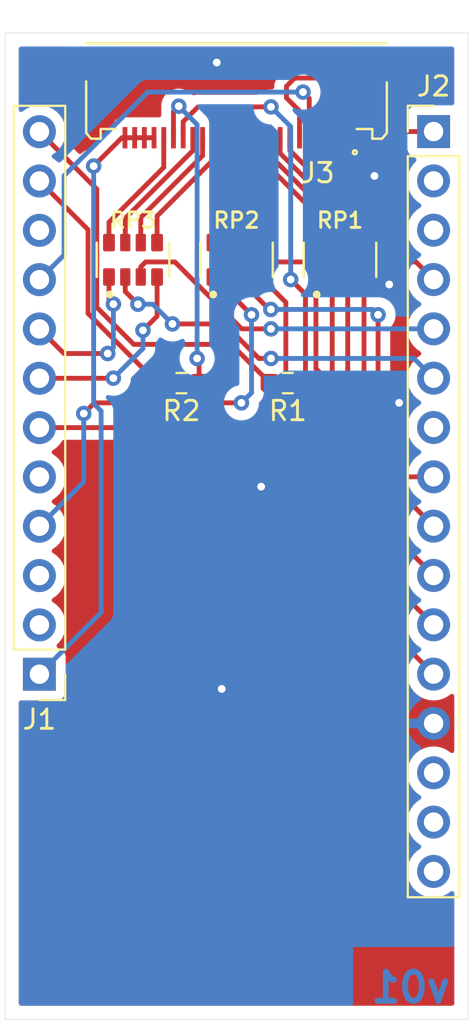
<source format=kicad_pcb>
(kicad_pcb (version 20221018) (generator pcbnew)
  (layers (0 "F.Cu" signal) (31 "B.Cu" signal) (34 "B.Paste" user) (35 "F.Paste" user) (36 "B.SilkS" user "B.Silkscreen") (37 "F.SilkS" user "F.Silkscreen") (38 "B.Mask" user) (39 "F.Mask" user) (44 "Edge.Cuts" user))
  (net 0 "")
  (net 1 "/BB_HRDY")
  (net 2 "/BB_RESET#")
  (net 3 "/EPSON_CLK_EN")
  (net 4 "/BB_SPI_CS")
  (net 5 "/BB_I2C_SCL")
  (net 6 "/BB_I2C_SDA")
  (net 7 "/EPSON_VCC_EN")
  (net 8 "/BB_SPI_MISO")
  (net 9 "/BB_SPI_MOSI")
  (net 10 "/BB_SPI_CLK")
  (net 11 "/BB_HD{slash}C")
  (net 12 "/BB_HIRQ")
  (net 13 "/BB_PMIC_FLT")
  (net 14 "/BB_PMIC_POK")
  (net 15 "/BB_PMIC_EN")
  (net 16 "/BB_HVSW_CTRL")
  (net 17 "GND")
  (net 18 "VCC")
  (net 19 "/PMIC_FLT")
  (net 20 "/PMIC_POK")
  (net 21 "/PMIC_EN")
  (net 22 "/HVSW_CTRL")
  (net 23 "/RESET#")
  (net 24 "/HIRQ")
  (net 25 "/HRDY")
  (net 26 "/SPI_MISO")
  (net 27 "/SPI_CS")
  (net 28 "/SPI_MOSI")
  (net 29 "/SPI_CLK")
  (net 30 "/I2C_SDA")
  (net 31 "/I2C_SCL")
  (net 32 "/HD{slash}C")
  (net 34 "/EN")
  (net 35 "/USB")
  (net 36 "/IO12")
  (net 37 "/IO14")
  (net 38 "/IO17{slash}U2TX")
  (net 39 "/IO16{slash}U2RX")
  (net 40 "/NC")
  (net 41 "/RESET")
  (net 42 "/IO4")
  (footprint "Connector_PinHeader_2.54mm:PinHeader_1x12_P2.54mm_Vertical" (layer "F.Cu") (at 77.47 83.825 180)
    (fp_text reference "J1" (at 0 -2.33) (layer "F.SilkS"))
    (fp_text value "Conn_01x12" hide)
    (fp_line (start -1.33 -1.33) (end 0 -1.33) (stroke (width 0.12)) (layer "F.SilkS"))
    (fp_line (start -1.33 0) (end -1.33 -1.33) (stroke (width 0.12)) (layer "F.SilkS"))
    (fp_line (start -1.33 1.27) (end -1.33 29.27) (stroke (width 0.12)) (layer "F.SilkS"))
    (fp_line (start -1.33 1.27) (end 1.33 1.27) (stroke (width 0.12)) (layer "F.SilkS"))
    (fp_line (start -1.33 29.27) (end 1.33 29.27) (stroke (width 0.12)) (layer "F.SilkS"))
    (fp_line (start 1.33 1.27) (end 1.33 29.27) (stroke (width 0.12)) (layer "F.SilkS"))
    (pad "1" thru_hole rect (at 0 0 180) (size 1.7 1.7) (drill 1) (layers "*.Cu" "*.Mask") (net 18 "VCC"))
    (pad "2" thru_hole oval (at 0 2.54 180) (size 1.7 1.7) (drill 1) (layers "*.Cu" "*.Mask") (net 34 "/EN"))
    (pad "3" thru_hole oval (at 0 5.08 180) (size 1.7 1.7) (drill 1) (layers "*.Cu" "*.Mask") (net 35 "/USB"))
    (pad "4" thru_hole oval (at 0 7.62 180) (size 1.7 1.7) (drill 1) (layers "*.Cu" "*.Mask") (net 1 "/BB_HRDY"))
    (pad "5" thru_hole oval (at 0 10.16 180) (size 1.7 1.7) (drill 1) (layers "*.Cu" "*.Mask") (net 36 "/IO12"))
    (pad "6" thru_hole oval (at 0 12.7 180) (size 1.7 1.7) (drill 1) (layers "*.Cu" "*.Mask") (net 2 "/BB_RESET#"))
    (pad "7" thru_hole oval (at 0 15.24 180) (size 1.7 1.7) (drill 1) (layers "*.Cu" "*.Mask") (net 4 "/BB_SPI_CS"))
    (pad "8" thru_hole oval (at 0 17.78 180) (size 1.7 1.7) (drill 1) (layers "*.Cu" "*.Mask") (net 11 "/BB_HD{slash}C"))
    (pad "9" thru_hole oval (at 0 20.32 180) (size 1.7 1.7) (drill 1) (layers "*.Cu" "*.Mask") (net 3 "/EPSON_CLK_EN"))
    (pad "10" thru_hole oval (at 0 22.86 180) (size 1.7 1.7) (drill 1) (layers "*.Cu" "*.Mask") (net 37 "/IO14"))
    (pad "11" thru_hole oval (at 0 25.4 180) (size 1.7 1.7) (drill 1) (layers "*.Cu" "*.Mask") (net 5 "/BB_I2C_SCL"))
    (pad "12" thru_hole oval (at 0 27.94 180) (size 1.7 1.7) (drill 1) (layers "*.Cu" "*.Mask") (net 6 "/BB_I2C_SDA"))
  )
  (footprint "Resistor_SMD:R_0603_1608Metric_Pad0.98x0.95mm_HandSolder" (layer "F.Cu") (at 84.789 68.834 180)
    (fp_text reference "R2" (at 0 -1.43) (layer "F.SilkS"))
    (fp_text value "100")
    (fp_line (start -0.254724 -0.5225) (end 0.254724 -0.5225) (stroke (width 0.12)) (layer "F.SilkS"))
    (fp_line (start -0.254724 0.5225) (end 0.254724 0.5225) (stroke (width 0.12)) (layer "F.SilkS"))
    (pad "1" smd roundrect (at -0.9125 0 180) (size 0.975 0.95) (layers "F.Cu" "F.Paste" "F.Mask") (net 31 "/I2C_SCL"))
    (pad "2" smd roundrect (at 0.9125 0 180) (size 0.975 0.95) (layers "F.Cu" "F.Paste" "F.Mask") (net 5 "/BB_I2C_SCL"))
  )
  (footprint "Resistor_SMD:R_0603_1608Metric_Pad0.98x0.95mm_HandSolder" (layer "F.Cu") (at 90.2735 68.834 180)
    (fp_text reference "R1" (at 0 -1.43) (layer "F.SilkS"))
    (fp_text value "100")
    (fp_line (start -0.254724 -0.5225) (end 0.254724 -0.5225) (stroke (width 0.12)) (layer "F.SilkS"))
    (fp_line (start -0.254724 0.5225) (end 0.254724 0.5225) (stroke (width 0.12)) (layer "F.SilkS"))
    (pad "1" smd roundrect (at -0.9125 0 180) (size 0.975 0.95) (layers "F.Cu" "F.Paste" "F.Mask") (net 30 "/I2C_SDA"))
    (pad "2" smd roundrect (at 0.9125 0 180) (size 0.975 0.95) (layers "F.Cu" "F.Paste" "F.Mask") (net 6 "/BB_I2C_SDA"))
  )
  (footprint "Connector_PinHeader_2.54mm:PinHeader_1x16_P2.54mm_Vertical" (layer "F.Cu") (at 97.79 55.88)
    (fp_text reference "J2" (at 0 -2.33) (layer "F.SilkS"))
    (fp_text value "Conn_01x16" hide)
    (fp_line (start -1.33 -1.33) (end 0 -1.33) (stroke (width 0.12)) (layer "F.SilkS"))
    (fp_line (start -1.33 0) (end -1.33 -1.33) (stroke (width 0.12)) (layer "F.SilkS"))
    (fp_line (start -1.33 1.27) (end -1.33 39.43) (stroke (width 0.12)) (layer "F.SilkS"))
    (fp_line (start -1.33 1.27) (end 1.33 1.27) (stroke (width 0.12)) (layer "F.SilkS"))
    (fp_line (start -1.33 39.43) (end 1.33 39.43) (stroke (width 0.12)) (layer "F.SilkS"))
    (fp_line (start 1.33 1.27) (end 1.33 39.43) (stroke (width 0.12)) (layer "F.SilkS"))
    (pad "1" thru_hole rect (at 0 0) (size 1.7 1.7) (drill 1) (layers "*.Cu" "*.Mask") (net 7 "/EPSON_VCC_EN"))
    (pad "2" thru_hole oval (at 0 2.54) (size 1.7 1.7) (drill 1) (layers "*.Cu" "*.Mask") (net 38 "/IO17{slash}U2TX"))
    (pad "3" thru_hole oval (at 0 5.08) (size 1.7 1.7) (drill 1) (layers "*.Cu" "*.Mask") (net 39 "/IO16{slash}U2RX"))
    (pad "4" thru_hole oval (at 0 7.62) (size 1.7 1.7) (drill 1) (layers "*.Cu" "*.Mask") (net 8 "/BB_SPI_MISO"))
    (pad "5" thru_hole oval (at 0 10.16) (size 1.7 1.7) (drill 1) (layers "*.Cu" "*.Mask") (net 9 "/BB_SPI_MOSI"))
    (pad "6" thru_hole oval (at 0 12.7) (size 1.7 1.7) (drill 1) (layers "*.Cu" "*.Mask") (net 10 "/BB_SPI_CLK"))
    (pad "7" thru_hole oval (at 0 15.24) (size 1.7 1.7) (drill 1) (layers "*.Cu" "*.Mask") (net 42 "/IO4"))
    (pad "8" thru_hole oval (at 0 17.78) (size 1.7 1.7) (drill 1) (layers "*.Cu" "*.Mask") (net 12 "/BB_HIRQ"))
    (pad "9" thru_hole oval (at 0 20.32) (size 1.7 1.7) (drill 1) (layers "*.Cu" "*.Mask") (net 13 "/BB_PMIC_FLT"))
    (pad "10" thru_hole oval (at 0 22.86) (size 1.7 1.7) (drill 1) (layers "*.Cu" "*.Mask") (net 14 "/BB_PMIC_POK"))
    (pad "11" thru_hole oval (at 0 25.4) (size 1.7 1.7) (drill 1) (layers "*.Cu" "*.Mask") (net 15 "/BB_PMIC_EN"))
    (pad "12" thru_hole oval (at 0 27.94) (size 1.7 1.7) (drill 1) (layers "*.Cu" "*.Mask") (net 16 "/BB_HVSW_CTRL"))
    (pad "13" thru_hole oval (at 0 30.48) (size 1.7 1.7) (drill 1) (layers "*.Cu" "*.Mask") (net 17 "GND"))
    (pad "14" thru_hole oval (at 0 33.02) (size 1.7 1.7) (drill 1) (layers "*.Cu" "*.Mask") (net 40 "/NC"))
    (pad "15" thru_hole oval (at 0 35.56) (size 1.7 1.7) (drill 1) (layers "*.Cu" "*.Mask"))
    (pad "16" thru_hole oval (at 0 38.1) (size 1.7 1.7) (drill 1) (layers "*.Cu" "*.Mask") (net 41 "/RESET"))
  )
  (footprint "XF2M-2415-1A:OMRON_XF2M-2415-1A" (layer "F.Cu") (at 87.63 53.848 180)
    (fp_text reference "J3" (at -4.195 -4.165 180) (layer "F.SilkS"))
    (fp_text value "XF2M-2415-1A")
    (fp_line (start -7.75 -2.1) (end -7.75 0.5) (stroke (width 0.127)) (layer "F.SilkS"))
    (fp_line (start -7.75 2.52) (end 7.75 2.52) (stroke (width 0.127)) (layer "F.SilkS"))
    (fp_line (start -7.5 -2.4) (end -7.75 -2.1) (stroke (width 0.127)) (layer "F.SilkS"))
    (fp_line (start -7 -2.4) (end -7.5 -2.4) (stroke (width 0.127)) (layer "F.SilkS"))
    (fp_line (start -7 -1.9) (end -7 -2.4) (stroke (width 0.127)) (layer "F.SilkS"))
    (fp_line (start -6.2 -1.9) (end -7 -1.9) (stroke (width 0.127)) (layer "F.SilkS"))
    (fp_line (start 6.2 -1.9) (end 7 -1.9) (stroke (width 0.127)) (layer "F.SilkS"))
    (fp_line (start 7 -2.4) (end 7.5 -2.4) (stroke (width 0.127)) (layer "F.SilkS"))
    (fp_line (start 7 -1.9) (end 7 -2.4) (stroke (width 0.127)) (layer "F.SilkS"))
    (fp_line (start 7.5 -2.4) (end 7.75 -2.1) (stroke (width 0.127)) (layer "F.SilkS"))
    (fp_line (start 7.75 -2.1) (end 7.75 0.55) (stroke (width 0.127)) (layer "F.SilkS"))
    (fp_circle (center -6.1 -3.1) (end -6 -3.1) (stroke (width 0.127)) (fill none) (layer "F.SilkS"))
    (pad "1" smd rect (at -5.75 -2.35 180) (size 0.25 1.1) (layers "F.Cu" "F.Paste" "F.Mask") (net 17 "GND"))
    (pad "2" smd rect (at -5.25 -2.35 180) (size 0.25 1.1) (layers "F.Cu" "F.Paste" "F.Mask") (net 17 "GND"))
    (pad "3" smd rect (at -4.75 -2.35 180) (size 0.25 1.1) (layers "F.Cu" "F.Paste" "F.Mask") (net 17 "GND"))
    (pad "4" smd rect (at -4.25 -2.35 180) (size 0.25 1.1) (layers "F.Cu" "F.Paste" "F.Mask") (net 17 "GND"))
    (pad "5" smd rect (at -3.75 -2.35 180) (size 0.25 1.1) (layers "F.Cu" "F.Paste" "F.Mask") (net 3 "/EPSON_CLK_EN"))
    (pad "6" smd rect (at -3.25 -2.35 180) (size 0.25 1.1) (layers "F.Cu" "F.Paste" "F.Mask") (net 7 "/EPSON_VCC_EN"))
    (pad "7" smd rect (at -2.75 -2.35 180) (size 0.25 1.1) (layers "F.Cu" "F.Paste" "F.Mask") (net 19 "/PMIC_FLT"))
    (pad "8" smd rect (at -2.25 -2.35 180) (size 0.25 1.1) (layers "F.Cu" "F.Paste" "F.Mask") (net 20 "/PMIC_POK"))
    (pad "9" smd rect (at -1.75 -2.35 180) (size 0.25 1.1) (layers "F.Cu" "F.Paste" "F.Mask") (net 21 "/PMIC_EN"))
    (pad "10" smd rect (at -1.25 -2.35 180) (size 0.25 1.1) (layers "F.Cu" "F.Paste" "F.Mask") (net 22 "/HVSW_CTRL"))
    (pad "11" smd rect (at -0.75 -2.35 180) (size 0.25 1.1) (layers "F.Cu" "F.Paste" "F.Mask") (net 23 "/RESET#"))
    (pad "12" smd rect (at -0.25 -2.35 180) (size 0.25 1.1) (layers "F.Cu" "F.Paste" "F.Mask") (net 24 "/HIRQ"))
    (pad "13" smd rect (at 0.25 -2.35 180) (size 0.25 1.1) (layers "F.Cu" "F.Paste" "F.Mask") (net 25 "/HRDY"))
    (pad "14" smd rect (at 0.75 -2.35 180) (size 0.25 1.1) (layers "F.Cu" "F.Paste" "F.Mask") (net 26 "/SPI_MISO"))
    (pad "15" smd rect (at 1.25 -2.35 180) (size 0.25 1.1) (layers "F.Cu" "F.Paste" "F.Mask") (net 27 "/SPI_CS"))
    (pad "16" smd rect (at 1.75 -2.35 180) (size 0.25 1.1) (layers "F.Cu" "F.Paste" "F.Mask") (net 28 "/SPI_MOSI"))
    (pad "17" smd rect (at 2.25 -2.35 180) (size 0.25 1.1) (layers "F.Cu" "F.Paste" "F.Mask") (net 29 "/SPI_CLK"))
    (pad "18" smd rect (at 2.75 -2.35 180) (size 0.25 1.1) (layers "F.Cu" "F.Paste" "F.Mask") (net 30 "/I2C_SDA"))
    (pad "19" smd rect (at 3.25 -2.35 180) (size 0.25 1.1) (layers "F.Cu" "F.Paste" "F.Mask") (net 31 "/I2C_SCL"))
    (pad "20" smd rect (at 3.75 -2.35 180) (size 0.25 1.1) (layers "F.Cu" "F.Paste" "F.Mask") (net 32 "/HD{slash}C"))
    (pad "21" smd rect (at 4.25 -2.35 180) (size 0.25 1.1) (layers "F.Cu" "F.Paste" "F.Mask") (net 18 "VCC"))
    (pad "22" smd rect (at 4.75 -2.35 180) (size 0.25 1.1) (layers "F.Cu" "F.Paste" "F.Mask") (net 18 "VCC"))
    (pad "23" smd rect (at 5.25 -2.35 180) (size 0.25 1.1) (layers "F.Cu" "F.Paste" "F.Mask") (net 18 "VCC"))
    (pad "24" smd rect (at 5.75 -2.35 180) (size 0.25 1.1) (layers "F.Cu" "F.Paste" "F.Mask") (net 18 "VCC"))
    (pad "P1" smd rect (at 7.4 1.55 180) (size 1.7 1.5) (layers "F.Cu" "F.Paste" "F.Mask"))
    (pad "P2" smd rect (at -7.4 1.55 180) (size 1.7 1.5) (layers "F.Cu" "F.Paste" "F.Mask"))
  )
  (footprint "YC164-JR-07100RL-2:RESCAXE80P320X160X70-8N" (layer "F.Cu") (at 87.63 62.484 90)
    (fp_text reference "RP2" (at 2.032 0 180) (layer "F.SilkS") (effects (font (size 0.8 0.8))))
    (fp_text value "100")
    (fp_line (start 0.88 -1.87) (end -0.88 -1.87) (stroke (width 0.127)) (layer "F.SilkS"))
    (fp_line (start 0.88 -1.87) (end -0.88 -1.87) (stroke (width 0.127)) (layer "F.SilkS"))
    (fp_line (start 0.88 1.87) (end -0.88 1.87) (stroke (width 0.127)) (layer "F.SilkS"))
    (fp_circle (center -1.785 -1.2) (end -1.685 -1.2) (stroke (width 0.2)) (fill none) (layer "F.SilkS"))
    (pad "1" smd roundrect (at -0.885 -1.24 90) (size 0.9 0.61) (layers "F.Cu" "F.Paste" "F.Mask") (roundrect_rratio 0.15) (net 8 "/BB_SPI_MISO"))
    (pad "2" smd roundrect (at -0.885 -0.4 90) (size 0.9 0.53) (layers "F.Cu" "F.Paste" "F.Mask") (roundrect_rratio 0.13) (net 1 "/BB_HRDY"))
    (pad "3" smd roundrect (at -0.885 0.4 90) (size 0.9 0.53) (layers "F.Cu" "F.Paste" "F.Mask") (roundrect_rratio 0.13) (net 12 "/BB_HIRQ"))
    (pad "4" smd roundrect (at -0.885 1.24 90) (size 0.9 0.61) (layers "F.Cu" "F.Paste" "F.Mask") (roundrect_rratio 0.15) (net 2 "/BB_RESET#"))
    (pad "5" smd roundrect (at 0.885 1.24 270) (size 0.9 0.61) (layers "F.Cu" "F.Paste" "F.Mask") (roundrect_rratio 0.15) (net 23 "/RESET#"))
    (pad "6" smd roundrect (at 0.885 0.4 270) (size 0.9 0.53) (layers "F.Cu" "F.Paste" "F.Mask") (roundrect_rratio 0.13) (net 24 "/HIRQ"))
    (pad "7" smd roundrect (at 0.885 -0.4 270) (size 0.9 0.53) (layers "F.Cu" "F.Paste" "F.Mask") (roundrect_rratio 0.13) (net 25 "/HRDY"))
    (pad "8" smd roundrect (at 0.885 -1.24 270) (size 0.9 0.61) (layers "F.Cu" "F.Paste" "F.Mask") (roundrect_rratio 0.15) (net 26 "/SPI_MISO"))
  )
  (footprint "YC164-JR-07100RL-2:RESCAXE80P320X160X70-8N" (layer "F.Cu") (at 92.964 62.484 90)
    (fp_text reference "RP1" (at 2.032 0 180) (layer "F.SilkS") (effects (font (size 0.8 0.8))))
    (fp_text value "100")
    (fp_line (start 0.88 -1.87) (end -0.88 -1.87) (stroke (width 0.127)) (layer "F.SilkS"))
    (fp_line (start 0.88 -1.87) (end -0.88 -1.87) (stroke (width 0.127)) (layer "F.SilkS"))
    (fp_line (start 0.88 1.87) (end -0.88 1.87) (stroke (width 0.127)) (layer "F.SilkS"))
    (fp_circle (center -1.785 -1.2) (end -1.685 -1.2) (stroke (width 0.2)) (fill none) (layer "F.SilkS"))
    (pad "1" smd roundrect (at -0.885 -1.24 90) (size 0.9 0.61) (layers "F.Cu" "F.Paste" "F.Mask") (roundrect_rratio 0.15) (net 16 "/BB_HVSW_CTRL"))
    (pad "2" smd roundrect (at -0.885 -0.4 90) (size 0.9 0.53) (layers "F.Cu" "F.Paste" "F.Mask") (roundrect_rratio 0.13) (net 15 "/BB_PMIC_EN"))
    (pad "3" smd roundrect (at -0.885 0.4 90) (size 0.9 0.53) (layers "F.Cu" "F.Paste" "F.Mask") (roundrect_rratio 0.13) (net 14 "/BB_PMIC_POK"))
    (pad "4" smd roundrect (at -0.885 1.24 90) (size 0.9 0.61) (layers "F.Cu" "F.Paste" "F.Mask") (roundrect_rratio 0.15) (net 13 "/BB_PMIC_FLT"))
    (pad "5" smd roundrect (at 0.885 1.24 270) (size 0.9 0.61) (layers "F.Cu" "F.Paste" "F.Mask") (roundrect_rratio 0.15) (net 19 "/PMIC_FLT"))
    (pad "6" smd roundrect (at 0.885 0.4 270) (size 0.9 0.53) (layers "F.Cu" "F.Paste" "F.Mask") (roundrect_rratio 0.13) (net 20 "/PMIC_POK"))
    (pad "7" smd roundrect (at 0.885 -0.4 270) (size 0.9 0.53) (layers "F.Cu" "F.Paste" "F.Mask") (roundrect_rratio 0.13) (net 21 "/PMIC_EN"))
    (pad "8" smd roundrect (at 0.885 -1.24 270) (size 0.9 0.61) (layers "F.Cu" "F.Paste" "F.Mask") (roundrect_rratio 0.15) (net 22 "/HVSW_CTRL"))
  )
  (footprint "YC164-JR-07100RL-2:RESCAXE80P320X160X70-8N" (layer "F.Cu") (at 82.296 62.484 90)
    (fp_text reference "RP3" (at 2.032 0 180) (layer "F.SilkS") (effects (font (size 0.8 0.8))))
    (fp_text value "100")
    (fp_line (start 0.88 -1.87) (end -0.88 -1.87) (stroke (width 0.127)) (layer "F.SilkS"))
    (fp_line (start 0.88 -1.87) (end -0.88 -1.87) (stroke (width 0.127)) (layer "F.SilkS"))
    (fp_line (start 0.88 1.87) (end -0.88 1.87) (stroke (width 0.127)) (layer "F.SilkS"))
    (fp_circle (center -1.785 -1.2) (end -1.685 -1.2) (stroke (width 0.2)) (fill none) (layer "F.SilkS"))
    (pad "1" smd roundrect (at -0.885 -1.24 90) (size 0.9 0.61) (layers "F.Cu" "F.Paste" "F.Mask") (roundrect_rratio 0.15) (net 11 "/BB_HD{slash}C"))
    (pad "2" smd roundrect (at -0.885 -0.4 90) (size 0.9 0.53) (layers "F.Cu" "F.Paste" "F.Mask") (roundrect_rratio 0.13) (net 10 "/BB_SPI_CLK"))
    (pad "3" smd roundrect (at -0.885 0.4 90) (size 0.9 0.53) (layers "F.Cu" "F.Paste" "F.Mask") (roundrect_rratio 0.13) (net 9 "/BB_SPI_MOSI"))
    (pad "4" smd roundrect (at -0.885 1.24 90) (size 0.9 0.61) (layers "F.Cu" "F.Paste" "F.Mask") (roundrect_rratio 0.15) (net 4 "/BB_SPI_CS"))
    (pad "5" smd roundrect (at 0.885 1.24 270) (size 0.9 0.61) (layers "F.Cu" "F.Paste" "F.Mask") (roundrect_rratio 0.15) (net 27 "/SPI_CS"))
    (pad "6" smd roundrect (at 0.885 0.4 270) (size 0.9 0.53) (layers "F.Cu" "F.Paste" "F.Mask") (roundrect_rratio 0.13) (net 28 "/SPI_MOSI"))
    (pad "7" smd roundrect (at 0.885 -0.4 270) (size 0.9 0.53) (layers "F.Cu" "F.Paste" "F.Mask") (roundrect_rratio 0.13) (net 29 "/SPI_CLK"))
    (pad "8" smd roundrect (at 0.885 -1.24 270) (size 0.9 0.61) (layers "F.Cu" "F.Paste" "F.Mask") (roundrect_rratio 0.15) (net 32 "/HD{slash}C"))
  )
  (gr_rect (start 75.7 50.8) (end 99.56 101.6) (stroke (width 0.0254)) (fill none) (layer "Edge.Cuts"))
  (gr_text "v01" (at 98.806 100.838) (layer "B.Cu") (effects (font (size 1.5 1.5) (thickness 0.3) bold) (justify left bottom mirror)))
  (segment (start 87.883646 69.850353) (end 80.306147 69.850353) (width 0.25) (layer "F.Cu") (net 1))
  (segment (start 87.23 63.369) (end 87.23 64.141211) (width 0.25) (layer "F.Cu") (net 1))
  (segment (start 80.306147 69.850353) (end 79.756 70.4005) (width 0.25) (layer "F.Cu") (net 1))
  (segment (start 87.23 64.141211) (end 88.404289 65.3155) (width 0.25) (layer "F.Cu") (net 1))
  (via (at 88.404289 65.3155) (size 0.8) (drill 0.4) (layers "F.Cu" "B.Cu") (net 1))
  (via (at 79.756 70.4005) (size 0.8) (drill 0.4) (layers "F.Cu" "B.Cu") (net 1))
  (via (at 87.883646 69.850353) (size 0.8) (drill 0.4) (layers "F.Cu" "B.Cu") (net 1))
  (segment (start 79.756 70.4005) (end 79.756 73.919) (width 0.25) (layer "B.Cu") (net 1))
  (segment (start 88.404289 69.32971) (end 87.883646 69.850353) (width 0.25) (layer "B.Cu") (net 1))
  (segment (start 88.404289 65.3155) (end 88.404289 69.32971) (width 0.25) (layer "B.Cu") (net 1))
  (segment (start 79.756 73.919) (end 77.47 76.205) (width 0.25) (layer "B.Cu") (net 1))
  (segment (start 77.47 71.125) (end 88.352995 71.125) (width 0.25) (layer "F.Cu") (net 2))
  (segment (start 90.1735 69.304495) (end 90.1735 64.6725) (width 0.25) (layer "F.Cu") (net 2))
  (segment (start 88.352995 71.125) (end 90.1735 69.304495) (width 0.25) (layer "F.Cu") (net 2))
  (segment (start 90.1735 64.6725) (end 88.87 63.369) (width 0.25) (layer "F.Cu") (net 2))
  (segment (start 91.38 54.168853) (end 91.058647 53.8475) (width 0.25) (layer "F.Cu") (net 3))
  (segment (start 91.38 56.198) (end 91.38 54.168853) (width 0.25) (layer "F.Cu") (net 3))
  (via (at 91.058647 53.8475) (size 0.8) (drill 0.4) (layers "F.Cu" "B.Cu") (net 3))
  (segment (start 83.049195 53.8475) (end 78.74 58.156695) (width 0.25) (layer "B.Cu") (net 3))
  (segment (start 78.74 62.235) (end 77.47 63.505) (width 0.25) (layer "B.Cu") (net 3))
  (segment (start 91.058647 53.8475) (end 83.049195 53.8475) (width 0.25) (layer "B.Cu") (net 3))
  (segment (start 78.74 58.156695) (end 78.74 62.235) (width 0.25) (layer "B.Cu") (net 3))
  (segment (start 83.536 63.369) (end 83.536 65.386799) (width 0.25) (layer "F.Cu") (net 4))
  (segment (start 81.275 68.585) (end 77.47 68.585) (width 0.25) (layer "F.Cu") (net 4))
  (segment (start 83.536 65.386799) (end 82.808299 66.1145) (width 0.25) (layer "F.Cu") (net 4))
  (segment (start 81.28 68.58) (end 81.275 68.585) (width 0.25) (layer "F.Cu") (net 4))
  (via (at 82.808299 66.1145) (size 0.8) (drill 0.4) (layers "F.Cu" "B.Cu") (net 4))
  (via (at 81.28 68.58) (size 0.8) (drill 0.4) (layers "F.Cu" "B.Cu") (net 4))
  (segment (start 82.808299 66.1145) (end 82.808299 67.051701) (width 0.25) (layer "B.Cu") (net 4))
  (segment (start 82.808299 67.051701) (end 81.28 68.58) (width 0.25) (layer "B.Cu") (net 4))
  (segment (start 79.976 65.244) (end 83.566 68.834) (width 0.25) (layer "F.Cu") (net 5))
  (segment (start 83.566 68.834) (end 83.8765 68.834) (width 0.25) (layer "F.Cu") (net 5))
  (segment (start 79.976 60.931) (end 79.976 65.244) (width 0.25) (layer "F.Cu") (net 5))
  (segment (start 77.47 58.425) (end 79.976 60.931) (width 0.25) (layer "F.Cu") (net 5))
  (segment (start 82.333 66.839) (end 80.426 64.932) (width 0.25) (layer "F.Cu") (net 6))
  (segment (start 80.426 58.841) (end 77.47 55.885) (width 0.25) (layer "F.Cu") (net 6))
  (segment (start 89.361 68.834) (end 87.366 66.839) (width 0.25) (layer "F.Cu") (net 6))
  (segment (start 87.366 66.839) (end 82.333 66.839) (width 0.25) (layer "F.Cu") (net 6))
  (segment (start 80.426 64.932) (end 80.426 58.841) (width 0.25) (layer "F.Cu") (net 6))
  (segment (start 90.88 54.821305) (end 90.207 54.148305) (width 0.25) (layer "F.Cu") (net 7))
  (segment (start 90.207 54.148305) (end 90.207 53.547695) (width 0.25) (layer "F.Cu") (net 7))
  (segment (start 90.631695 53.123) (end 93.181299 53.123) (width 0.25) (layer "F.Cu") (net 7))
  (segment (start 90.207 53.547695) (end 90.631695 53.123) (width 0.25) (layer "F.Cu") (net 7))
  (segment (start 90.88 56.198) (end 90.88 54.821305) (width 0.25) (layer "F.Cu") (net 7))
  (segment (start 95.938299 55.88) (end 97.79 55.88) (width 0.25) (layer "F.Cu") (net 7))
  (segment (start 93.181299 53.123) (end 95.938299 55.88) (width 0.25) (layer "F.Cu") (net 7))
  (segment (start 96.884 62.594) (end 86.758 62.594) (width 0.25) (layer "F.Cu") (net 8))
  (segment (start 86.758 62.594) (end 86.39 62.962) (width 0.25) (layer "F.Cu") (net 8))
  (segment (start 97.79 63.5) (end 96.884 62.594) (width 0.25) (layer "F.Cu") (net 8))
  (segment (start 86.39 62.962) (end 86.39 63.369) (width 0.25) (layer "F.Cu") (net 8))
  (segment (start 82.948 62.594) (end 84.45398 62.594) (width 0.25) (layer "F.Cu") (net 9))
  (segment (start 84.45398 62.594) (end 87.89998 66.04) (width 0.25) (layer "F.Cu") (net 9))
  (segment (start 87.89998 66.04) (end 89.408 66.04) (width 0.25) (layer "F.Cu") (net 9))
  (segment (start 82.696 63.369) (end 82.696 62.846) (width 0.25) (layer "F.Cu") (net 9))
  (segment (start 82.696 62.846) (end 82.948 62.594) (width 0.25) (layer "F.Cu") (net 9))
  (via (at 89.408 66.04) (size 0.8) (drill 0.4) (layers "F.Cu" "B.Cu") (net 9))
  (segment (start 89.408 66.04) (end 97.79 66.04) (width 0.25) (layer "B.Cu") (net 9))
  (segment (start 81.896 64.116) (end 82.55 64.77) (width 0.25) (layer "F.Cu") (net 10))
  (segment (start 88.787584 67.564) (end 89.408 67.564) (width 0.25) (layer "F.Cu") (net 10))
  (segment (start 81.896 63.369) (end 81.896 64.116) (width 0.25) (layer "F.Cu") (net 10))
  (segment (start 84.328 65.786) (end 87.009584 65.786) (width 0.25) (layer "F.Cu") (net 10))
  (segment (start 87.009584 65.786) (end 88.787584 67.564) (width 0.25) (layer "F.Cu") (net 10))
  (via (at 82.55 64.77) (size 0.8) (drill 0.4) (layers "F.Cu" "B.Cu") (net 10))
  (via (at 89.408 67.564) (size 0.8) (drill 0.4) (layers "F.Cu" "B.Cu") (net 10))
  (via (at 84.328 65.786) (size 0.8) (drill 0.4) (layers "F.Cu" "B.Cu") (net 10))
  (segment (start 83.312 64.77) (end 84.328 65.786) (width 0.25) (layer "B.Cu") (net 10))
  (segment (start 82.55 64.77) (end 83.312 64.77) (width 0.25) (layer "B.Cu") (net 10))
  (segment (start 89.408 67.564) (end 96.774 67.564) (width 0.25) (layer "B.Cu") (net 10))
  (segment (start 96.774 67.564) (end 97.79 68.58) (width 0.25) (layer "B.Cu") (net 10))
  (segment (start 80.990299 67.31) (end 78.735 67.31) (width 0.25) (layer "F.Cu") (net 11))
  (segment (start 81.056 64.537402) (end 81.284299 64.765701) (width 0.25) (layer "F.Cu") (net 11))
  (segment (start 78.735 67.31) (end 77.47 66.045) (width 0.25) (layer "F.Cu") (net 11))
  (segment (start 81.056 63.369) (end 81.056 64.537402) (width 0.25) (layer "F.Cu") (net 11))
  (via (at 81.284299 64.765701) (size 0.8) (drill 0.4) (layers "F.Cu" "B.Cu") (net 11))
  (via (at 80.990299 67.31) (size 0.8) (drill 0.4) (layers "F.Cu" "B.Cu") (net 11))
  (segment (start 81.284299 64.765701) (end 81.284299 67.016) (width 0.25) (layer "B.Cu") (net 11))
  (segment (start 81.284299 67.016) (end 80.990299 67.31) (width 0.25) (layer "B.Cu") (net 11))
  (segment (start 88.03 63.369) (end 88.03 63.751) (width 0.25) (layer "F.Cu") (net 12))
  (segment (start 94.9285 72.5765) (end 96.012 73.66) (width 0.25) (layer "F.Cu") (net 12))
  (segment (start 89.319523 65.040523) (end 89.400957 65.040523) (width 0.25) (layer "F.Cu") (net 12))
  (segment (start 88.03 63.751) (end 89.319523 65.040523) (width 0.25) (layer "F.Cu") (net 12))
  (segment (start 94.9285 65.3155) (end 94.9285 72.5765) (width 0.25) (layer "F.Cu") (net 12))
  (segment (start 96.012 73.66) (end 97.79 73.66) (width 0.25) (layer "F.Cu") (net 12))
  (via (at 94.9285 65.3155) (size 0.8) (drill 0.4) (layers "F.Cu" "B.Cu") (net 12))
  (via (at 89.400957 65.040523) (size 0.8) (drill 0.4) (layers "F.Cu" "B.Cu") (net 12))
  (segment (start 94.653523 65.040523) (end 94.9285 65.3155) (width 0.25) (layer "B.Cu") (net 12))
  (segment (start 89.400957 65.040523) (end 94.653523 65.040523) (width 0.25) (layer "B.Cu") (net 12))
  (segment (start 94.204 63.369) (end 94.204 72.614) (width 0.25) (layer "F.Cu") (net 13))
  (segment (start 94.204 72.614) (end 97.79 76.2) (width 0.25) (layer "F.Cu") (net 13))
  (segment (start 93.364 74.314) (end 97.79 78.74) (width 0.25) (layer "F.Cu") (net 14))
  (segment (start 93.364 63.369) (end 93.364 74.314) (width 0.25) (layer "F.Cu") (net 14))
  (segment (start 92.564 63.369) (end 92.564 76.054) (width 0.25) (layer "F.Cu") (net 15))
  (segment (start 92.564 76.054) (end 97.79 81.28) (width 0.25) (layer "F.Cu") (net 15))
  (segment (start 92.114 78.144) (end 97.79 83.82) (width 0.25) (layer "F.Cu") (net 16))
  (segment (start 91.724 63.369) (end 91.724 68.089005) (width 0.25) (layer "F.Cu") (net 16))
  (segment (start 91.724 68.089005) (end 92.114 68.479005) (width 0.25) (layer "F.Cu") (net 16))
  (segment (start 92.114 68.479005) (end 92.114 78.144) (width 0.25) (layer "F.Cu") (net 16))
  (segment (start 91.88 56.198) (end 93.38 56.198) (width 0.25) (layer "F.Cu") (net 17))
  (via (at 86.868 84.582) (size 0.8) (drill 0.4) (layers "F.Cu" "B.Cu") (net 17))
  (via (at 86.614 52.324) (size 0.8) (drill 0.4) (layers "F.Cu" "B.Cu") (net 17))
  (via (at 95.504 63.754) (size 0.8) (drill 0.4) (layers "F.Cu" "B.Cu") (net 17))
  (via (at 96.012 69.85) (size 0.8) (drill 0.4) (layers "F.Cu" "B.Cu") (net 17))
  (via (at 94.742 58.166) (size 0.8) (drill 0.4) (layers "F.Cu" "B.Cu") (net 17))
  (via (at 88.9 74.168) (size 0.8) (drill 0.4) (layers "F.Cu" "B.Cu") (net 17))
  (segment (start 83.38 56.198) (end 81.724 56.198) (width 0.25) (layer "F.Cu") (net 18))
  (segment (start 83.38 56.198) (end 81.88 56.198) (width 0.25) (layer "F.Cu") (net 18))
  (segment (start 81.724 56.198) (end 80.265799 57.656201) (width 0.25) (layer "F.Cu") (net 18))
  (via (at 80.265799 57.656201) (size 0.8) (drill 0.4) (layers "F.Cu" "B.Cu") (net 18))
  (segment (start 77.47 83.825) (end 80.6514 80.6436) (width 0.25) (layer "B.Cu") (net 18))
  (segment (start 80.6514 80.6436) (end 80.6514 70.270595) (width 0.25) (layer "B.Cu") (net 18))
  (segment (start 80.6514 70.270595) (end 80.265799 69.884994) (width 0.25) (layer "B.Cu") (net 18))
  (segment (start 80.265799 57.656201) (end 80.265799 69.884994) (width 0.25) (layer "B.Cu") (net 18))
  (segment (start 90.38 56.852) (end 90.38 56.198) (width 0.25) (layer "F.Cu") (net 19))
  (segment (start 94.204 60.676) (end 90.38 56.852) (width 0.25) (layer "F.Cu") (net 19))
  (segment (start 94.204 61.599) (end 94.204 60.676) (width 0.25) (layer "F.Cu") (net 19))
  (segment (start 93.364 60.482) (end 93.364 61.599) (width 0.25) (layer "F.Cu") (net 20))
  (segment (start 89.88 56.198) (end 89.88 56.998) (width 0.25) (layer "F.Cu") (net 20))
  (segment (start 89.88 56.998) (end 93.364 60.482) (width 0.25) (layer "F.Cu") (net 20))
  (segment (start 92.564 60.318396) (end 89.38 57.134396) (width 0.25) (layer "F.Cu") (net 21))
  (segment (start 89.38 57.134396) (end 89.38 56.198) (width 0.25) (layer "F.Cu") (net 21))
  (segment (start 92.564 61.599) (end 92.564 60.318396) (width 0.25) (layer "F.Cu") (net 21))
  (segment (start 91.724 61.599) (end 91.724 60.114792) (width 0.25) (layer "F.Cu") (net 22))
  (segment (start 91.724 60.114792) (end 88.88 57.270792) (width 0.25) (layer "F.Cu") (net 22))
  (segment (start 88.88 57.270792) (end 88.88 56.198) (width 0.25) (layer "F.Cu") (net 22))
  (segment (start 88.38 56.198) (end 88.38 57.771604) (width 0.25) (layer "F.Cu") (net 23))
  (segment (start 88.87 58.261604) (end 88.87 61.599) (width 0.25) (layer "F.Cu") (net 23))
  (segment (start 88.38 57.771604) (end 88.87 58.261604) (width 0.25) (layer "F.Cu") (net 23))
  (segment (start 88.03 61.599) (end 88.03 58.058) (width 0.25) (layer "F.Cu") (net 24))
  (segment (start 87.88 57.908) (end 87.88 56.198) (width 0.25) (layer "F.Cu") (net 24))
  (segment (start 88.03 58.058) (end 87.88 57.908) (width 0.25) (layer "F.Cu") (net 24))
  (segment (start 87.38 57.908) (end 87.38 56.198) (width 0.25) (layer "F.Cu") (net 25))
  (segment (start 87.23 58.058) (end 87.38 57.908) (width 0.25) (layer "F.Cu") (net 25))
  (segment (start 87.23 61.599) (end 87.23 58.058) (width 0.25) (layer "F.Cu") (net 25))
  (segment (start 86.39 61.599) (end 86.39 58.010396) (width 0.25) (layer "F.Cu") (net 26))
  (segment (start 86.88 57.520396) (end 86.88 56.198) (width 0.25) (layer "F.Cu") (net 26))
  (segment (start 86.39 58.010396) (end 86.88 57.520396) (width 0.25) (layer "F.Cu") (net 26))
  (segment (start 83.536 61.599) (end 83.536 60.228) (width 0.25) (layer "F.Cu") (net 27))
  (segment (start 83.536 60.228) (end 86.38 57.384) (width 0.25) (layer "F.Cu") (net 27))
  (segment (start 86.38 57.384) (end 86.38 56.198) (width 0.25) (layer "F.Cu") (net 27))
  (segment (start 82.696 61.599) (end 82.696 60.306) (width 0.25) (layer "F.Cu") (net 28))
  (segment (start 82.696 60.306) (end 85.88 57.122) (width 0.25) (layer "F.Cu") (net 28))
  (segment (start 85.88 57.122) (end 85.88 56.198) (width 0.25) (layer "F.Cu") (net 28))
  (segment (start 85.38 56.86) (end 85.38 56.198) (width 0.25) (layer "F.Cu") (net 29))
  (segment (start 81.896 61.599) (end 81.896 60.344) (width 0.25) (layer "F.Cu") (net 29))
  (segment (start 81.896 60.344) (end 85.38 56.86) (width 0.25) (layer "F.Cu") (net 29))
  (segment (start 84.88 55.373) (end 85.643 54.61) (width 0.25) (layer "F.Cu") (net 30))
  (segment (start 91.186 68.834) (end 91.186 64.262) (width 0.25) (layer "F.Cu") (net 30))
  (segment (start 84.88 56.198) (end 84.88 55.373) (width 0.25) (layer "F.Cu") (net 30))
  (segment (start 85.643 54.61) (end 89.408 54.61) (width 0.25) (layer "F.Cu") (net 30))
  (segment (start 91.186 64.262) (end 90.424 63.5) (width 0.25) (layer "F.Cu") (net 30))
  (via (at 90.424 63.5) (size 0.8) (drill 0.4) (layers "F.Cu" "B.Cu") (net 30))
  (via (at 89.408 54.61) (size 0.8) (drill 0.4) (layers "F.Cu" "B.Cu") (net 30))
  (segment (start 90.424 63.5) (end 90.424 55.626) (width 0.25) (layer "B.Cu") (net 30))
  (segment (start 90.424 55.626) (end 89.408 54.61) (width 0.25) (layer "B.Cu") (net 30))
  (segment (start 84.38 54.848402) (end 84.655902 54.5725) (width 0.25) (layer "F.Cu") (net 31))
  (segment (start 85.7015 67.6675) (end 85.598 67.564) (width 0.25) (layer "F.Cu") (net 31))
  (segment (start 84.38 56.198) (end 84.38 54.848402) (width 0.25) (layer "F.Cu") (net 31))
  (segment (start 85.7015 68.834) (end 85.7015 67.6675) (width 0.25) (layer "F.Cu") (net 31))
  (via (at 85.598 67.564) (size 0.8) (drill 0.4) (layers "F.Cu" "B.Cu") (net 31))
  (via (at 84.655902 54.5725) (size 0.8) (drill 0.4) (layers "F.Cu" "B.Cu") (net 31))
  (segment (start 85.598 55.514598) (end 84.655902 54.5725) (width 0.25) (layer "B.Cu") (net 31))
  (segment (start 85.598 67.564) (end 85.598 55.514598) (width 0.25) (layer "B.Cu") (net 31))
  (segment (start 83.88 56.198) (end 83.88 57.723604) (width 0.25) (layer "F.Cu") (net 32))
  (segment (start 81.056 60.547604) (end 81.056 61.599) (width 0.25) (layer "F.Cu") (net 32))
  (segment (start 83.88 57.723604) (end 81.056 60.547604) (width 0.25) (layer "F.Cu") (net 32))
  (zone (net 17) (net_name "GND") (layer "F.Cu") (connect_pads yes (clearance 0.5)) (min_thickness 0.25) (fill yes (thermal_gap 0.5) (thermal_bridge_width 0.5) (island_removal_mode 2) (island_area_min 10))
    (polygon (pts (xy 75.438 101.854) (xy 75.438 50.546) (xy 99.822 50.546) (xy 99.822 101.854)))
  )
  (zone (net 17) (net_name "GND") (layer "B.Cu") (priority 1) (connect_pads (clearance 0.5)) (min_thickness 0.25) (fill yes (thermal_gap 0.5) (thermal_bridge_width 0.5))
    (polygon (pts (xy 75.438 101.854) (xy 75.438 50.546) (xy 99.822 50.546) (xy 99.822 101.854)))
  )
)
</source>
